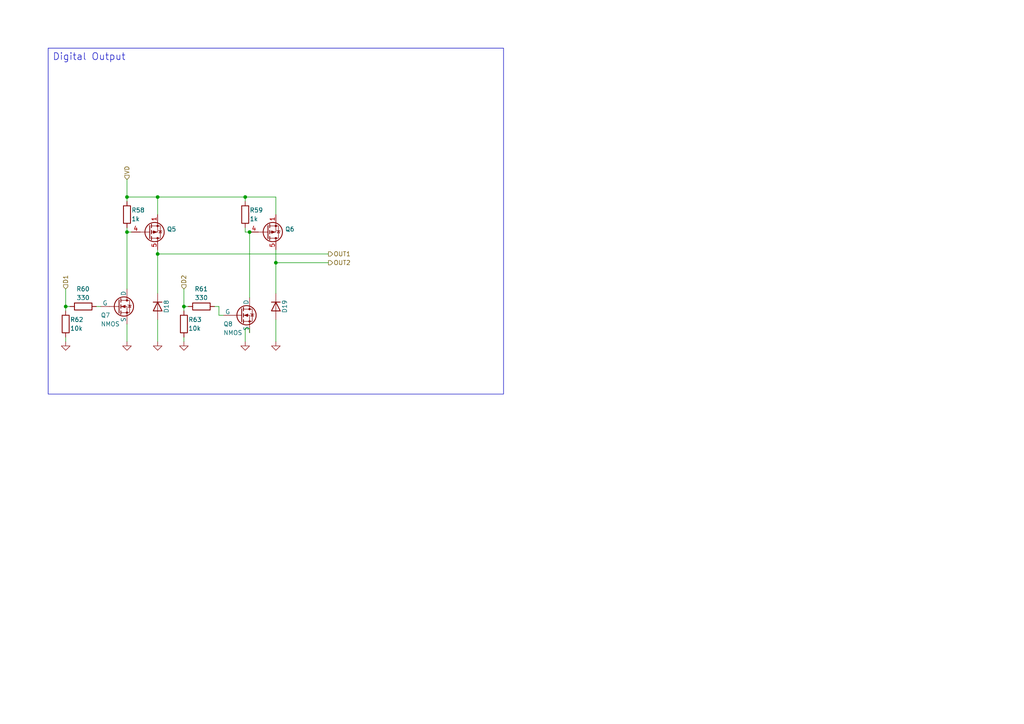
<source format=kicad_sch>
(kicad_sch (version 20250114) (generator "eeschema") (generator_version "9.0")
  (paper "A4")
  (lib_symbols
    (symbol "Device:D" (pin_numbers (hide yes)) (pin_names (offset 1.016) (hide yes))
      (property "Reference" "D" (at 0 2.54 0))
      (property "Value" "D" (at 0 -2.54 0))
      (symbol "D_0_1"
        (polyline (pts (xy -1.27 1.27) (xy -1.27 -1.27)) (stroke (width 0.254)))
        (polyline (pts (xy 1.27 1.27) (xy 1.27 -1.27) (xy -1.27 0) (xy 1.27 1.27)) (stroke (width 0.254)))
        (polyline (pts (xy 1.27 0) (xy -1.27 0)))
      )
      (symbol "D_1_1"
        (pin passive line (at -3.81 0 0) (length 2.54) (name "K") (number "1"))
        (pin passive line (at 3.81 0 180) (length 2.54) (name "A") (number "2"))
      )
    )
    (symbol "Device:R" (pin_numbers (hide yes)) (pin_names (offset 0))
      (property "Reference" "R" (at 2.032 0 90))
      (property "Value" "R" (at 0 0 90))
      (symbol "R_0_1"
        (rectangle (start -1.016 -2.54) (end 1.016 2.54) (stroke (width 0.254)))
      )
      (symbol "R_1_1"
        (pin passive line (at 0 3.81 270) (length 1.27) (name "~") (number "1"))
        (pin passive line (at 0 -3.81 90) (length 1.27) (name "~") (number "2"))
      )
    )
    (symbol "Simulation_SPICE:NMOS" (pin_numbers (hide yes)) (pin_names (offset 0))
      (property "Reference" "Q" (at 5.08 1.27 0))
      (property "Value" "NMOS" (at 5.08 -1.27 0))
      (symbol "NMOS_0_1"
        (polyline (pts (xy 0.254 1.905) (xy 0.254 -1.905)) (stroke (width 0.254)))
        (polyline (pts (xy 0.254 0) (xy -2.54 0)))
        (polyline (pts (xy 0.762 2.286) (xy 0.762 1.27)) (stroke (width 0.254)))
        (polyline (pts (xy 0.762 0.508) (xy 0.762 -0.508)) (stroke (width 0.254)))
        (polyline (pts (xy 0.762 -1.27) (xy 0.762 -2.286)) (stroke (width 0.254)))
        (polyline (pts (xy 0.762 -1.778) (xy 3.302 -1.778) (xy 3.302 1.778) (xy 0.762 1.778)))
        (polyline (pts (xy 1.016 0) (xy 2.032 0.381) (xy 2.032 -0.381) (xy 1.016 0)) (fill (type outline)))
        (circle (center 1.651 0) (radius 2.794) (stroke (width 0.254)))
        (polyline (pts (xy 2.54 2.54) (xy 2.54 1.778)))
        (circle (center 2.54 1.778) (radius 0.254) (fill (type outline)))
        (circle (center 2.54 -1.778) (radius 0.254) (fill (type outline)))
        (polyline (pts (xy 2.54 -2.54) (xy 2.54 0) (xy 0.762 0)))
        (polyline (pts (xy 2.794 0.508) (xy 2.921 0.381) (xy 3.683 0.381) (xy 3.81 0.254)))
        (polyline (pts (xy 3.302 0.381) (xy 2.921 -0.254) (xy 3.683 -0.254) (xy 3.302 0.381)))
      )
      (symbol "NMOS_1_1"
        (pin input line (at -5.08 0 0) (length 2.54) (name "G") (number "2"))
        (pin passive line (at 2.54 5.08 270) (length 2.54) (name "D") (number "1"))
        (pin passive line (at 2.54 -5.08 90) (length 2.54) (name "S") (number "3"))
      )
    )
    (symbol "euroc_fc:AOSP21321" (pin_names (hide yes))
      (property "Reference" "Q?" (at 5.207 0.8347 0))
      (property "Value" "AOSP21321" (at 5.207 -1.7022 0))
      (symbol "AOSP21321_0_1"
        (polyline (pts (xy 0.254 1.905) (xy 0.254 -1.905)) (stroke (width 0.254)))
        (polyline (pts (xy 0.254 0) (xy -2.54 0)))
        (polyline (pts (xy 0.762 2.286) (xy 0.762 1.27)) (stroke (width 0.254)))
        (polyline (pts (xy 0.762 1.778) (xy 3.302 1.778) (xy 3.302 -1.778) (xy 0.762 -1.778)))
        (polyline (pts (xy 0.762 0.508) (xy 0.762 -0.508)) (stroke (width 0.254)))
        (polyline (pts (xy 0.762 -1.27) (xy 0.762 -2.286)) (stroke (width 0.254)))
        (circle (center 1.651 0) (radius 2.794) (stroke (width 0.254)))
        (polyline (pts (xy 2.286 0) (xy 1.27 0.381) (xy 1.27 -0.381) (xy 2.286 0)) (fill (type outline)))
        (polyline (pts (xy 2.54 2.54) (xy 2.54 1.778)))
        (circle (center 2.54 1.778) (radius 0.254) (fill (type outline)))
        (circle (center 2.54 -1.778) (radius 0.254) (fill (type outline)))
        (polyline (pts (xy 2.54 -2.54) (xy 2.54 0) (xy 0.762 0)))
        (polyline (pts (xy 2.794 -0.508) (xy 2.921 -0.381) (xy 3.683 -0.381) (xy 3.81 -0.254)))
        (polyline (pts (xy 3.302 -0.381) (xy 2.921 0.254) (xy 3.683 0.254) (xy 3.302 -0.381)))
      )
      (symbol "AOSP21321_1_1"
        (pin passive line (at -5.08 0 0) (length 2.54) (name "G") (number "4"))
        (pin passive line (at 2.54 5.08 270) (length 2.54) (name "D") (number "5"))
        (pin passive line (at 2.54 5.08 270) (length 2.54) (hide yes) (name "D") (number "6"))
        (pin passive line (at 2.54 5.08 270) (length 2.54) (hide yes) (name "D") (number "7"))
        (pin passive line (at 2.54 5.08 270) (length 2.54) (hide yes) (name "D") (number "8"))
        (pin passive line (at 2.54 -5.08 90) (length 2.54) (name "S") (number "1"))
        (pin passive line (at 2.54 -5.08 90) (length 2.54) (hide yes) (name "S") (number "2"))
        (pin passive line (at 2.54 -5.08 90) (length 2.54) (hide yes) (name "S") (number "3"))
      )
    )
    (symbol "power:GND" (power) (pin_names (offset 0))
      (property "Value" "GND" (at 0 -3.81 0))
      (symbol "GND_0_1"
        (polyline (pts (xy 0 0) (xy 0 -1.27) (xy 1.27 -1.27) (xy 0 -2.54) (xy -1.27 -1.27) (xy 0 -1.27)))
      )
      (symbol "GND_1_1"
        (pin power_in line (at 0 0 270) (length 0) (hide yes) (name "GND") (number "1"))
      )
    )
  )
  (rectangle (start 13.97 13.97) (end 146.05 114.3))
  (text "Digital Output" (at 15.24 17.78 0) (effects (font (size 2 2)) (justify left bottom)))
  (junction (at 71.12 57.15))
  (junction (at 36.83 57.15))
  (junction (at 19.05 88.9))
  (junction (at 53.34 88.9))
  (junction (at 72.39 67.31))
  (junction (at 45.72 73.66))
  (junction (at 80.01 76.2))
  (junction (at 36.83 67.31))
  (junction (at 45.72 57.15))
  (wire (pts (xy 36.83 67.31) (xy 36.83 66.04)))
  (wire (pts (xy 53.34 97.79) (xy 53.34 99.06)))
  (wire (pts (xy 63.5 88.9) (xy 62.23 88.9)))
  (wire (pts (xy 36.83 58.42) (xy 36.83 57.15)))
  (wire (pts (xy 36.83 67.31) (xy 36.83 83.82)))
  (wire (pts (xy 71.12 57.15) (xy 45.72 57.15)))
  (wire (pts (xy 71.12 57.15) (xy 71.12 58.42)))
  (wire (pts (xy 45.72 62.23) (xy 45.72 57.15)))
  (wire (pts (xy 80.01 92.71) (xy 80.01 99.06)))
  (wire (pts (xy 72.39 67.31) (xy 71.12 67.31)))
  (wire (pts (xy 63.5 91.44) (xy 63.5 88.9)))
  (wire (pts (xy 19.05 83.82) (xy 19.05 88.9)))
  (wire (pts (xy 36.83 57.15) (xy 45.72 57.15)))
  (wire (pts (xy 19.05 97.79) (xy 19.05 99.06)))
  (wire (pts (xy 45.72 72.39) (xy 45.72 73.66)))
  (wire (pts (xy 80.01 76.2) (xy 80.01 85.09)))
  (wire (pts (xy 71.12 57.15) (xy 80.01 57.15)))
  (wire (pts (xy 45.72 73.66) (xy 95.25 73.66)))
  (wire (pts (xy 80.01 62.23) (xy 80.01 57.15)))
  (wire (pts (xy 36.83 67.31) (xy 38.1 67.31)))
  (wire (pts (xy 80.01 72.39) (xy 80.01 76.2)))
  (wire (pts (xy 72.39 67.31) (xy 72.39 86.36)))
  (wire (pts (xy 53.34 88.9) (xy 54.61 88.9)))
  (wire (pts (xy 36.83 52.07) (xy 36.83 57.15)))
  (wire (pts (xy 45.72 92.71) (xy 45.72 99.06)))
  (wire (pts (xy 71.12 95.25) (xy 71.12 99.06)))
  (wire (pts (xy 53.34 83.82) (xy 53.34 88.9)))
  (wire (pts (xy 19.05 88.9) (xy 20.32 88.9)))
  (wire (pts (xy 80.01 76.2) (xy 95.25 76.2)))
  (wire (pts (xy 71.12 66.04) (xy 71.12 67.31)))
  (wire (pts (xy 72.39 96.52) (xy 72.39 95.25)))
  (wire (pts (xy 45.72 73.66) (xy 45.72 85.09)))
  (wire (pts (xy 53.34 90.17) (xy 53.34 88.9)))
  (wire (pts (xy 19.05 88.9) (xy 19.05 90.17)))
  (wire (pts (xy 36.83 93.98) (xy 36.83 99.06)))
  (wire (pts (xy 63.5 91.44) (xy 64.77 91.44)))
  (wire (pts (xy 27.94 88.9) (xy 29.21 88.9)))
  (wire (pts (xy 72.39 95.25) (xy 71.12 95.25)))
  (hierarchical_label "OUT1" (shape output) (at 95.25 73.66 0))
  (hierarchical_label "OUT2" (shape output) (at 95.25 76.2 0))
  (hierarchical_label "D1" (shape input) (at 19.05 83.82 90))
  (hierarchical_label "D2" (shape input) (at 53.34 83.82 90))
  (hierarchical_label "VD" (shape input) (at 36.83 52.07 90))
  (symbol (lib_id "euroc_fc:AOSP21321") (at 43.18 67.31 0) (mirror x) (unit 1)
    (property "Reference" "Q1" (at 48.387 66.4753 0) (effects (justify left)))
    (property "Value" "AOSP21321" (effects (hide yes)))
    (property "Footprint" "Package_SO:SO-8_3.9x4.9mm_P1.27mm" (effects (hide yes)))
    (property "Datasheet" "http://www.aosmd.com/res/data_sheets/AOSP21321.pdf" (effects (hide yes)))
    (property "LCSC#" "C560863" (effects (hide yes)))
    (property "Manufacturer" "Alpha & Omega Semicon" (effects (hide yes)))
    (property "Part#" "AOSP21321" (effects (hide yes)))
    (instances (project "frodo_io_module" (path "" (reference "Q5") (unit 1)) (path "" (reference "Q1") (unit 1))))
  )
  (symbol (lib_id "Device:R") (at 19.05 93.98 0) (unit 1)
    (property "Reference" "R56" (at 20.32 92.71 0) (effects (justify left)))
    (property "Value" "10k" (at 20.32 95.25 0) (effects (justify left)))
    (property "Footprint" "Resistor_SMD:R_0603_1608Metric_Pad0.98x0.95mm_HandSolder" (effects (hide yes)))
    (property "LCSC#" "C25804" (effects (hide yes)))
    (property "Manufacturer" "UNI-ROYAL(Uniroyal Elec)" (effects (hide yes)))
    (instances (project "frodo_io_module" (path "" (reference "R62") (unit 1)) (path "" (reference "R56") (unit 1))))
  )
  (symbol (lib_id "Simulation_SPICE:NMOS") (at 69.85 91.44 0) (unit 1)
    (property "Reference" "Q4" (at 64.77 93.98 0) (effects (justify left)))
    (property "Value" "NMOS" (at 64.77 96.52 0) (effects (justify left)))
    (property "Footprint" "Package_TO_SOT_SMD:SOT-23" (effects (hide yes)))
    (property "Datasheet" "https://ngspice.sourceforge.io/docs/ngspice-manual.pdf" (effects (hide yes)))
    (property "Sim.Device" "NMOS" (effects (hide yes)))
    (property "Sim.Type" "VDMOS" (effects (hide yes)))
    (property "Sim.Pins" "1=D 2=G 3=S" (effects (hide yes)))
    (property "LCSC#" "C20917" (effects (hide yes)))
    (property "Manufacturer" "Alpha & Omega Semicon" (effects (hide yes)))
    (property "Part#" "AO3400A" (effects (hide yes)))
    (instances (project "frodo_io_module" (path "" (reference "Q8") (unit 1)) (path "" (reference "Q4") (unit 1))))
  )
  (symbol (lib_id "Device:R") (at 71.12 62.23 0) (unit 1)
    (property "Reference" "R53" (at 72.39 60.96 0) (effects (justify left)))
    (property "Value" "1k" (at 72.39 63.5 0) (effects (justify left)))
    (property "Footprint" "Resistor_SMD:R_0603_1608Metric_Pad0.98x0.95mm_HandSolder" (effects (hide yes)))
    (property "LCSC#" "C21190" (effects (hide yes)))
    (property "Manufacturer" "UNI-ROYAL(Uniroyal Elec)" (effects (hide yes)))
    (instances (project "frodo_io_module" (path "" (reference "R59") (unit 1)) (path "" (reference "R53") (unit 1))))
  )
  (symbol (lib_id "Device:D") (at 80.01 88.9 270) (unit 1)
    (property "Reference" "D17" (at 82.55 88.9 0))
    (property "Value" "D" (effects (hide yes)))
    (property "Footprint" "Diode_SMD:D_SOD-323_HandSoldering" (effects (hide yes)))
    (property "Datasheet" "https://www.lcsc.com/datasheet/lcsc_datasheet_2410010230_MSKSEMI-1N4007WS_C7528872.pdf" (effects (hide yes)))
    (property "Description" "Independent Type 1A 1kV SOD-323 Diodes - General Purpose ROHS" (effects (hide yes)))
    (property "LCSC#" "C7528872" (effects (hide yes)))
    (instances (project "frodo_io_module" (path "" (reference "D19") (unit 1)) (path "" (reference "D17") (unit 1))))
  )
  (symbol (lib_id "Device:R") (at 36.83 62.23 0) (unit 1)
    (property "Reference" "R52" (at 38.1 60.96 0) (effects (justify left)))
    (property "Value" "1k" (at 38.1 63.5 0) (effects (justify left)))
    (property "Footprint" "Resistor_SMD:R_0603_1608Metric_Pad0.98x0.95mm_HandSolder" (effects (hide yes)))
    (property "LCSC#" "C21190" (effects (hide yes)))
    (property "Manufacturer" "UNI-ROYAL(Uniroyal Elec)" (effects (hide yes)))
    (instances (project "frodo_io_module" (path "" (reference "R58") (unit 1)) (path "" (reference "R52") (unit 1))))
  )
  (symbol (lib_id "power:GND") (at 36.83 99.06 0) (unit 1)
    (property "Reference" "#PWR0123" (effects (hide yes)))
    (property "Value" "GND" (effects (hide yes)))
    (instances (project "frodo_io_module" (path "" (reference "#PWR0129") (unit 1)) (path "" (reference "#PWR0123") (unit 1))))
  )
  (symbol (lib_id "Device:R") (at 24.13 88.9 90) (unit 1)
    (property "Reference" "R54" (at 26.035 83.82 90) (effects (justify left)))
    (property "Value" "330" (at 26.035 86.36 90) (effects (justify left)))
    (property "Footprint" "Resistor_SMD:R_0603_1608Metric_Pad0.98x0.95mm_HandSolder" (effects (hide yes)))
    (property "LCSC#" "C23138" (effects (hide yes)))
    (property "Manufacturer" "UNI-ROYAL(Uniroyal Elec)" (effects (hide yes)))
    (instances (project "frodo_io_module" (path "" (reference "R60") (unit 1)) (path "" (reference "R54") (unit 1))))
  )
  (symbol (lib_id "Device:D") (at 45.72 88.9 270) (unit 1)
    (property "Reference" "D16" (at 48.26 88.9 0))
    (property "Value" "D" (effects (hide yes)))
    (property "Footprint" "Diode_SMD:D_SOD-323_HandSoldering" (effects (hide yes)))
    (property "Datasheet" "https://www.lcsc.com/datasheet/lcsc_datasheet_2410010230_MSKSEMI-1N4007WS_C7528872.pdf" (effects (hide yes)))
    (property "Description" "Independent Type 1A 1kV SOD-323 Diodes - General Purpose ROHS" (effects (hide yes)))
    (property "LCSC#" "C7528872" (effects (hide yes)))
    (instances (project "frodo_io_module" (path "" (reference "D18") (unit 1)) (path "" (reference "D16") (unit 1))))
  )
  (symbol (lib_id "power:GND") (at 80.01 99.06 0) (unit 1)
    (property "Reference" "#PWR0127" (effects (hide yes)))
    (property "Value" "GND" (effects (hide yes)))
    (instances (project "frodo_io_module" (path "" (reference "#PWR0133") (unit 1)) (path "" (reference "#PWR0127") (unit 1))))
  )
  (symbol (lib_id "power:GND") (at 19.05 99.06 0) (unit 1)
    (property "Reference" "#PWR0122" (effects (hide yes)))
    (property "Value" "GND" (effects (hide yes)))
    (instances (project "frodo_io_module" (path "" (reference "#PWR0128") (unit 1)) (path "" (reference "#PWR0122") (unit 1))))
  )
  (symbol (lib_id "euroc_fc:AOSP21321") (at 77.47 67.31 0) (mirror x) (unit 1)
    (property "Reference" "Q2" (at 82.677 66.4753 0) (effects (justify left)))
    (property "Value" "AOSP21321" (effects (hide yes)))
    (property "Footprint" "Package_SO:SO-8_3.9x4.9mm_P1.27mm" (effects (hide yes)))
    (property "Datasheet" "http://www.aosmd.com/res/data_sheets/AOSP21321.pdf" (effects (hide yes)))
    (property "LCSC#" "C560863" (effects (hide yes)))
    (property "Manufacturer" "Alpha & Omega Semicon" (effects (hide yes)))
    (property "Part#" "AOSP21321" (effects (hide yes)))
    (instances (project "frodo_io_module" (path "" (reference "Q6") (unit 1)) (path "" (reference "Q2") (unit 1))))
  )
  (symbol (lib_id "power:GND") (at 53.34 99.06 0) (unit 1)
    (property "Reference" "#PWR0125" (effects (hide yes)))
    (property "Value" "GND" (effects (hide yes)))
    (instances (project "frodo_io_module" (path "" (reference "#PWR0131") (unit 1)) (path "" (reference "#PWR0125") (unit 1))))
  )
  (symbol (lib_id "Device:R") (at 58.42 88.9 90) (unit 1)
    (property "Reference" "R55" (at 60.325 83.82 90) (effects (justify left)))
    (property "Value" "330" (at 60.325 86.36 90) (effects (justify left)))
    (property "Footprint" "Resistor_SMD:R_0603_1608Metric_Pad0.98x0.95mm_HandSolder" (effects (hide yes)))
    (property "LCSC#" "C23138" (effects (hide yes)))
    (property "Manufacturer" "UNI-ROYAL(Uniroyal Elec)" (effects (hide yes)))
    (instances (project "frodo_io_module" (path "" (reference "R61") (unit 1)) (path "" (reference "R55") (unit 1))))
  )
  (symbol (lib_id "power:GND") (at 71.12 99.06 0) (unit 1)
    (property "Reference" "#PWR0126" (effects (hide yes)))
    (property "Value" "GND" (effects (hide yes)))
    (instances (project "frodo_io_module" (path "" (reference "#PWR0132") (unit 1)) (path "" (reference "#PWR0126") (unit 1))))
  )
  (symbol (lib_id "Simulation_SPICE:NMOS") (at 34.29 88.9 0) (unit 1)
    (property "Reference" "Q3" (at 29.21 91.44 0) (effects (justify left)))
    (property "Value" "NMOS" (at 29.21 93.98 0) (effects (justify left)))
    (property "Footprint" "Package_TO_SOT_SMD:SOT-23" (effects (hide yes)))
    (property "Datasheet" "https://ngspice.sourceforge.io/docs/ngspice-manual.pdf" (effects (hide yes)))
    (property "Sim.Device" "NMOS" (effects (hide yes)))
    (property "Sim.Type" "VDMOS" (effects (hide yes)))
    (property "Sim.Pins" "1=D 2=G 3=S" (effects (hide yes)))
    (property "LCSC#" "C20917" (effects (hide yes)))
    (property "Manufacturer" "Alpha & Omega Semicon" (effects (hide yes)))
    (property "Part#" "AO3400A" (effects (hide yes)))
    (instances (project "frodo_io_module" (path "" (reference "Q7") (unit 1)) (path "" (reference "Q3") (unit 1))))
  )
  (symbol (lib_id "Device:R") (at 53.34 93.98 0) (unit 1)
    (property "Reference" "R57" (at 54.61 92.71 0) (effects (justify left)))
    (property "Value" "10k" (at 54.61 95.25 0) (effects (justify left)))
    (property "Footprint" "Resistor_SMD:R_0603_1608Metric_Pad0.98x0.95mm_HandSolder" (effects (hide yes)))
    (property "LCSC#" "C25804" (effects (hide yes)))
    (property "Manufacturer" "UNI-ROYAL(Uniroyal Elec)" (effects (hide yes)))
    (instances (project "frodo_io_module" (path "" (reference "R63") (unit 1)) (path "" (reference "R57") (unit 1))))
  )
  (symbol (lib_id "power:GND") (at 45.72 99.06 0) (unit 1)
    (property "Reference" "#PWR0124" (effects (hide yes)))
    (property "Value" "GND" (effects (hide yes)))
    (instances (project "frodo_io_module" (path "" (reference "#PWR0130") (unit 1)) (path "" (reference "#PWR0124") (unit 1))))
  )
)
</source>
